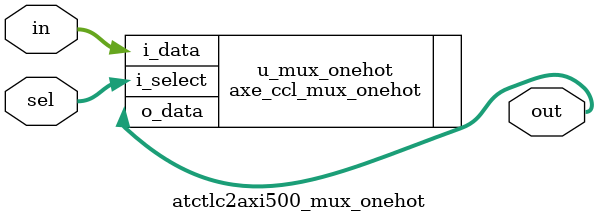
<source format=sv>

module atctlc2axi500_mux_onehot (
  out,
  sel,
  in
);
  parameter N = 2;
  parameter W = 8;

  output [W - 1:0] out;
  input [N - 1:0] sel;
  input [(N * W) - 1:0] in;

  axe_ccl_mux_onehot #(
    .DataWidth(W),
    .NumInputs(N)
  ) u_mux_onehot (
    .i_data(in),
    .i_select(sel),
    .o_data(out)
  );

endmodule

</source>
